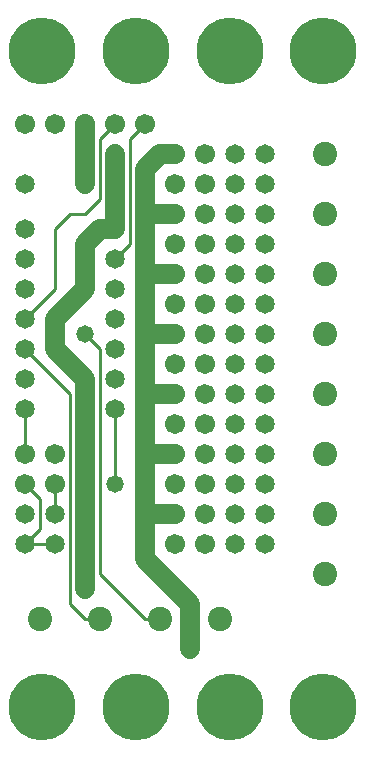
<source format=gtl>
%MOIN*%
%FSLAX25Y25*%
G04 D10 used for Character Trace; *
G04     Circle (OD=.01000) (No hole)*
G04 D11 used for Power Trace; *
G04     Circle (OD=.06700) (No hole)*
G04 D12 used for Signal Trace; *
G04     Circle (OD=.01100) (No hole)*
G04 D13 used for Via; *
G04     Circle (OD=.05800) (Round. Hole ID=.02800)*
G04 D14 used for Component hole; *
G04     Circle (OD=.06500) (Round. Hole ID=.03500)*
G04 D15 used for Component hole; *
G04     Circle (OD=.06700) (Round. Hole ID=.04300)*
G04 D16 used for Component hole; *
G04     Circle (OD=.08100) (Round. Hole ID=.05100)*
G04 D17 used for Component hole; *
G04     Circle (OD=.08900) (Round. Hole ID=.05900)*
G04 D18 used for Component hole; *
G04     Circle (OD=.11300) (Round. Hole ID=.08300)*
G04 D19 used for Component hole; *
G04     Circle (OD=.16000) (Round. Hole ID=.13000)*
G04 D20 used for Component hole; *
G04     Circle (OD=.18300) (Round. Hole ID=.15300)*
G04 D21 used for Component hole; *
G04     Circle (OD=.22291) (Round. Hole ID=.19291)*
%ADD10C,.01000*%
%ADD11C,.06700*%
%ADD12C,.01100*%
%ADD13C,.05800*%
%ADD14C,.06500*%
%ADD15C,.06700*%
%ADD16C,.08100*%
%ADD17C,.08900*%
%ADD18C,.11300*%
%ADD19C,.16000*%
%ADD20C,.18300*%
%ADD21C,.22291*%
%IPPOS*%
%LPD*%
G90*X0Y0D02*D21*X15625Y15625D03*D16*              
X35000Y45000D03*D12*X30000D01*X25000Y50000D01*    
Y120000D01*X10000Y135000D01*D14*D03*D11*X20000D02*
Y145000D01*X30000Y125000D02*X20000Y135000D01*     
X30000Y55000D02*Y125000D01*D13*Y55000D03*D12*     
X50000Y45000D02*X35000Y60000D01*X50000Y45000D02*  
X55000D01*D16*D03*D13*X65000Y35000D03*D11*        
Y50000D01*X50000Y65000D01*Y80000D01*X60000D01*D15*
D03*X70000Y70000D03*Y90000D03*Y80000D03*          
X60000Y90000D03*D11*X50000Y80000D02*Y100000D01*   
D13*D03*D11*X60000D01*D15*D03*X70000Y110000D03*   
Y100000D03*X60000Y110000D03*D11*X50000Y100000D02* 
Y120000D01*X60000D01*D15*D03*X70000Y130000D03*    
Y120000D03*X60000Y130000D03*D11*X50000Y120000D02* 
Y140000D01*X60000D01*D15*D03*X70000Y150000D03*    
Y140000D03*X60000Y150000D03*D11*X50000Y140000D02* 
Y160000D01*X60000D01*D15*D03*X70000Y170000D03*    
Y160000D03*X60000Y170000D03*D11*X50000Y160000D02* 
Y180000D01*X60000D01*D15*D03*X70000Y190000D03*D13*
X50000D03*D11*Y180000D01*D15*X60000Y190000D03*D12*
X40000Y165000D02*X45000Y170000D01*D14*            
X40000Y165000D03*D12*X45000Y170000D02*Y205000D01* 
X50000Y210000D01*D15*D03*X60000Y200000D03*D11*    
X55000D01*X50000Y195000D01*Y190000D01*D13*        
X40000Y200000D03*D11*Y175000D01*D14*D03*D11*      
X35000D01*X30000Y170000D01*Y155000D01*            
X20000Y145000D01*D14*X10000Y155000D03*D13*        
X30000Y140000D03*D12*X35000Y135000D01*Y60000D01*  
D14*X20000Y70000D03*D12*X10000D01*D14*D03*D12*    
X15000Y75000D01*Y85000D01*X10000Y90000D01*D15*D03*
D14*X20000Y80000D03*D12*Y90000D01*D15*D03*        
X10000Y100000D03*D12*Y115000D01*D14*D03*          
Y125000D03*D15*X20000Y100000D03*D14*              
X40000Y145000D03*D13*Y90000D03*D12*Y115000D01*D14*
D03*Y125000D03*Y135000D03*X10000Y145000D03*D12*   
X20000Y155000D01*Y175000D01*X25000Y180000D01*     
X30000D01*X35000Y185000D01*Y205000D01*            
X40000Y210000D01*D15*D03*X30000D03*D11*Y190000D01*
D14*D03*D15*X10000Y210000D03*D14*Y190000D03*D15*  
X20000Y210000D03*D14*X10000Y175000D03*Y165000D03* 
X40000Y155000D03*D15*X70000Y180000D03*Y200000D03* 
D21*X46875Y234375D03*X15625D03*D14*               
X80000Y140000D03*Y150000D03*Y160000D03*Y170000D03*
Y180000D03*Y190000D03*Y200000D03*D21*             
X78125Y234375D03*D14*X90000Y130000D03*Y140000D03* 
Y150000D03*Y160000D03*Y170000D03*Y180000D03*      
Y190000D03*Y200000D03*X80000Y130000D03*Y120000D03*
X90000D03*D16*X110000D03*Y140000D03*Y160000D03*   
Y180000D03*Y200000D03*D21*X109375Y234375D03*D14*  
X80000Y110000D03*X90000D03*X80000Y100000D03*      
X90000D03*D16*X110000D03*D14*X80000Y90000D03*     
X90000D03*X10000Y80000D03*X80000D03*X90000D03*D16*
X110000D03*D15*X60000Y70000D03*D14*X80000D03*     
X90000D03*D16*X110000Y60000D03*X15000Y45000D03*   
X75000D03*D21*X46875Y15625D03*X78125D03*          
X109375D03*M02*                                   

</source>
